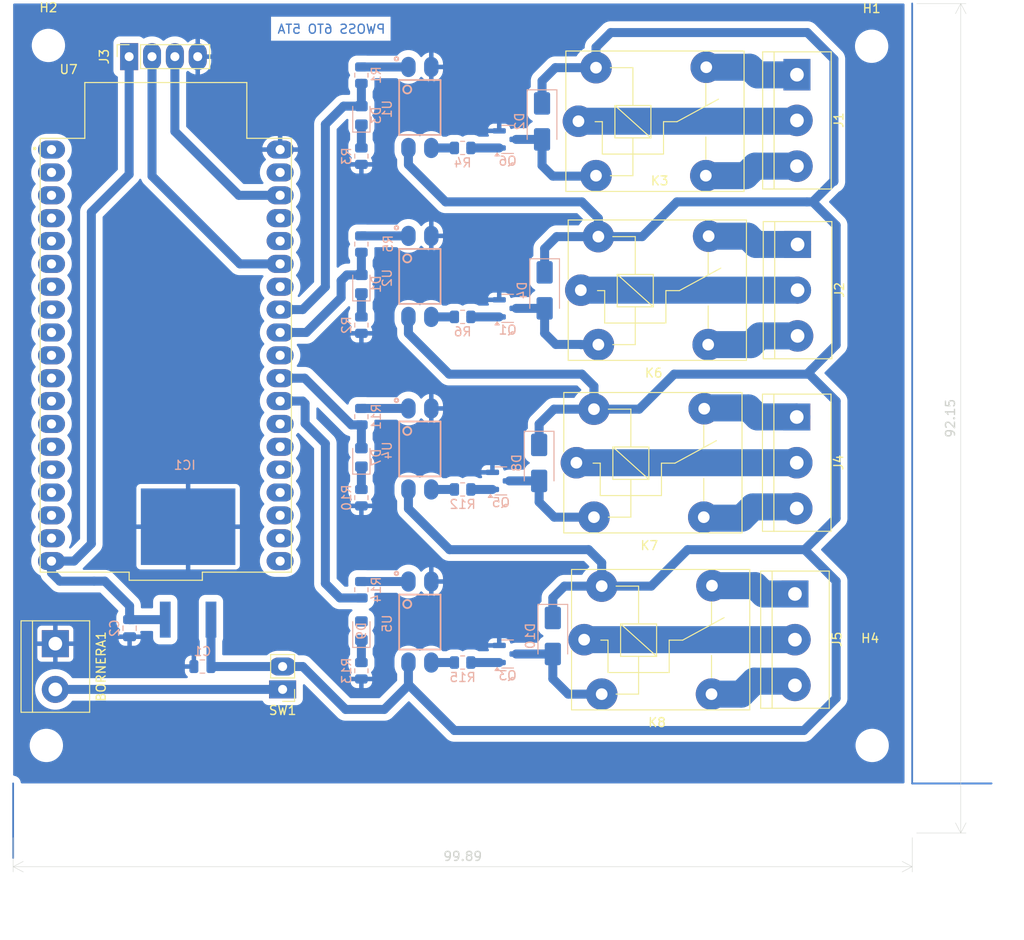
<source format=kicad_pcb>
(kicad_pcb (version 20241229) (generator "pcbnew") (generator_version "9.0")
  (layers (0 "F.Cu" signal) (2 "B.Cu" signal) (13 "F.Paste" user) (15 "B.Paste" user) (5 "F.SilkS" user "F.Silkscreen") (7 "B.SilkS" user "B.Silkscreen") (1 "F.Mask" user) (3 "B.Mask" user) (25 "Edge.Cuts" user))
  (net 0 "")
  (net 1 "Net-(BORNERA1-Pin_2)")
  (net 2 "GND")
  (net 3 "VCC")
  (net 4 "+5V")
  (net 5 "Net-(D1-K)")
  (net 6 "Net-(D2-A)")
  (net 7 "Net-(D3-K)")
  (net 8 "Net-(D4-A)")
  (net 9 "Net-(D7-K)")
  (net 10 "Net-(D8-A)")
  (net 11 "Net-(D9-K)")
  (net 12 "Net-(D10-A)")
  (net 13 "PIN12")
  (net 14 "PIN11")
  (net 15 "PIN1")
  (net 16 "PIN3")
  (net 17 "PIN2")
  (net 18 "Net-(Q1-B)")
  (net 19 "Net-(U1-A)")
  (net 20 "Net-(U1-ET)")
  (net 21 "Net-(U2-A)")
  (net 22 "Net-(U2-ET)")
  (net 23 "Net-(U4-A)")
  (net 24 "Net-(U4-ET)")
  (net 25 "Net-(U5-A)")
  (net 26 "Net-(U5-ET)")
  (net 55 "PIN4")
  (net 56 "PIN5")
  (net 57 "PIN6")
  (net 58 "PIN9")
  (net 59 "PIN7")
  (net 60 "PIN8")
  (net 61 "PIN10")
  (net 64 "RELE-2")
  (net 65 "RELE-4")
  (net 66 "RELE-1")
  (net 67 "RELE-3")
  (net 68 "PIN-2")
  (net 69 "PIN-1")
  (net 70 "Net-(Q3-B)")
  (net 71 "Net-(Q5-B)")
  (net 72 "Net-(Q6-B)")
  (footprint "TerminalBlock:TerminalBlock_bornier-3_P5.08mm" (layer "F.Cu") (at 133.96 67.34 -90)
    (property "Reference" "J2" (at 5.05 -4.65 90) (layer "F.SilkS"))
    (property "Value" "BORNERA")
    (pad "1" thru_hole rect (at 0 0 270) (size 3 3) (drill 1.52) (layers "*.Cu" "*.Mask") (net 55 "PIN4"))
    (pad "2" thru_hole circle (at 5.08 0 270) (size 3 3) (drill 1.52) (layers "*.Cu" "*.Mask") (net 56 "PIN5"))
    (pad "3" thru_hole circle (at 10.16 0 270) (size 3.5 3.5) (drill 1.52) (layers "*.Cu" "*.Mask") (net 57 "PIN6"))
  )
  (footprint "TerminalBlock:TerminalBlock_bornier-3_P5.08mm" (layer "F.Cu") (at 133.87 86.51 -90)
    (property "Reference" "J4" (at 5.05 -4.65 90) (layer "F.SilkS"))
    (property "Value" "BORNERA")
    (pad "1" thru_hole rect (at 0 0 270) (size 3 3) (drill 1.52) (layers "*.Cu" "*.Mask") (net 59 "PIN7"))
    (pad "2" thru_hole circle (at 5.08 0 270) (size 3.5 3.5) (drill 1.52) (layers "*.Cu" "*.Mask") (net 60 "PIN8"))
    (pad "3" thru_hole circle (at 10.16 0 270) (size 3.5 3.5) (drill 1.52) (layers "*.Cu" "*.Mask") (net 58 "PIN9"))
  )
  (footprint "TerminalBlock:TerminalBlock_bornier-3_P5.08mm" (layer "F.Cu") (at 133.8925 48.48 -90)
    (property "Reference" "J1" (at 5.05 -4.65 90) (layer "F.SilkS"))
    (property "Value" "BORNERA")
    (pad "1" thru_hole rect (at 0 0 270) (size 3.5 3) (drill 1.52) (layers "*.Cu" "*.Mask") (net 15 "PIN1"))
    (pad "2" thru_hole circle (at 5.08 0 270) (size 3.5 3.5) (drill 1.52) (layers "*.Cu" "*.Mask") (net 17 "PIN2"))
    (pad "3" thru_hole circle (at 10.16 0 270) (size 3.5 3.5) (drill 1.52) (layers "*.Cu" "*.Mask") (net 16 "PIN3"))
  )
  (footprint "Relay_THT:Relay_SPDT_SANYOU_SRD_Series_Form_C" (layer "F.Cu") (at 109.88 72.42)
    (property "Reference" "K6" (at 8.1 9.2 0) (layer "F.SilkS"))
    (property "Value" "SANYOU_SRD_Form_C")
    (pad "1" thru_hole circle (at 0 0 90) (size 3.5 3.5) (drill 1.3) (layers "*.Cu" "*.Mask") (net 56 "PIN5"))
    (pad "2" thru_hole circle (at 1.95 6.05 90) (size 3.5 3.5) (drill 1.3) (layers "*.Cu" "*.Mask") (net 8 "Net-(D4-A)"))
    (pad "3" thru_hole circle (at 14.15 6.05 90) (size 3.5 3.5) (drill 1.3) (layers "*.Cu" "*.Mask") (net 57 "PIN6"))
    (pad "4" thru_hole circle (at 14.2 -6 90) (size 3.5 3.5) (drill 1.3) (layers "*.Cu" "*.Mask") (net 55 "PIN4"))
    (pad "5" thru_hole circle (at 1.95 -5.95 90) (size 3.5 3.5) (drill 1.3) (layers "*.Cu" "*.Mask") (net 3 "VCC"))
  )
  (footprint "MountingHole:MountingHole_3.2mm_M3" (layer "F.Cu") (at 142.19 45.32)
    (property "Reference" "H1" (at 0 -4.2 0) (layer "F.SilkS"))
    (property "Value" "MountingHole")
    (pad "" np_thru_hole circle (at 0 0) (size 3.2 3.2) (drill 3.2) (layers "*.Cu" "*.Mask"))
  )
  (footprint "Relay_THT:Relay_SPDT_SANYOU_SRD_Series_Form_C" (layer "F.Cu") (at 109.39 91.59)
    (property "Reference" "K7" (at 8.1 9.2 0) (layer "F.SilkS"))
    (property "Value" "SANYOU_SRD_Form_C")
    (pad "1" thru_hole circle (at 0 0 90) (size 3.5 3.5) (drill 1.3) (layers "*.Cu" "*.Mask") (net 60 "PIN8"))
    (pad "2" thru_hole circle (at 1.95 6.05 90) (size 3.5 3.5) (drill 1.3) (layers "*.Cu" "*.Mask") (net 10 "Net-(D8-A)"))
    (pad "3" thru_hole circle (at 14.15 6.05 90) (size 3.5 3.5) (drill 1.3) (layers "*.Cu" "*.Mask") (net 58 "PIN9"))
    (pad "4" thru_hole circle (at 14.2 -6 90) (size 3.5 3.5) (drill 1.3) (layers "*.Cu" "*.Mask") (net 59 "PIN7"))
    (pad "5" thru_hole circle (at 1.95 -5.95 90) (size 3.5 3.5) (drill 1.3) (layers "*.Cu" "*.Mask") (net 3 "VCC"))
  )
  (footprint "Relay_THT:Relay_SPDT_SANYOU_SRD_Series_Form_C" (layer "F.Cu") (at 109.6175 53.65)
    (property "Reference" "K3" (at 9.02 6.62 0) (layer "F.SilkS"))
    (property "Value" "SANYOU_SRD_Form_C")
    (pad "1" thru_hole circle (at 0 0 90) (size 3.5 3.5) (drill 1.3) (layers "*.Cu" "*.Mask") (net 17 "PIN2"))
    (pad "2" thru_hole circle (at 1.95 6.05 90) (size 3.5 3.5) (drill 1.3) (layers "*.Cu" "*.Mask") (net 6 "Net-(D2-A)"))
    (pad "3" thru_hole circle (at 14.15 6.05 90) (size 3.5 3.5) (drill 1.3) (layers "*.Cu" "*.Mask") (net 16 "PIN3"))
    (pad "4" thru_hole circle (at 14.2 -6 90) (size 3.5 3.5) (drill 1.3) (layers "*.Cu" "*.Mask") (net 15 "PIN1"))
    (pad "5" thru_hole circle (at 1.95 -5.95 90) (size 3.5 3.5) (drill 1.3) (layers "*.Cu" "*.Mask") (net 3 "VCC"))
  )
  (footprint "TerminalBlock:TerminalBlock_bornier-2_P5.08mm" (layer "F.Cu") (at 51.5 111.695 -90)
    (property "Reference" "BORNERA1" (at 2.54 -5.08 90) (layer "F.SilkS"))
    (property "Value" "~")
    (pad "1" thru_hole rect (at 0 0 270) (size 3 3) (drill 1.52) (layers "*.Cu" "*.Mask") (net 2 "GND"))
    (pad "2" thru_hole circle (at 5.08 0 270) (size 3 3) (drill 1.52) (layers "*.Cu" "*.Mask") (net 1 "Net-(BORNERA1-Pin_2)"))
  )
  (footprint "ESP32:MODULE_ESP32-DEVKITC" (layer "F.Cu") (at 63.7725 79.65)
    (property "Reference" "U7" (at -10.795 -31.75 0) (layer "F.SilkS"))
    (property "Value" "ESP32-DEVKITC")
    (pad "1" thru_hole oval (at -12.7 -22.85) (size 3 2) (drill 1.02) (layers "*.Cu" "*.Mask"))
    (pad "2" thru_hole oval (at -12.7 -20.31) (size 3 2) (drill 1.02) (layers "*.Cu" "*.Mask"))
    (pad "3" thru_hole oval (at -12.7 -17.77) (size 3 2) (drill 1.02) (layers "*.Cu" "*.Mask"))
    (pad "4" thru_hole oval (at -12.7 -15.23) (size 3 2) (drill 1.02) (layers "*.Cu" "*.Mask"))
    (pad "5" thru_hole oval (at -12.7 -12.69) (size 3 2) (drill 1.02) (layers "*.Cu" "*.Mask"))
    (pad "6" thru_hole oval (at -12.7 -10.15) (size 3 2) (drill 1.02) (layers "*.Cu" "*.Mask"))
    (pad "7" thru_hole oval (at -12.7 -7.61) (size 3 2) (drill 1.02) (layers "*.Cu" "*.Mask"))
    (pad "8" thru_hole oval (at -12.7 -5.07) (size 3 2) (drill 1.02) (layers "*.Cu" "*.Mask"))
    (pad "9" thru_hole oval (at -12.7 -2.53) (size 3 2) (drill 1.02) (layers "*.Cu" "*.Mask"))
    (pad "10" thru_hole oval (at -12.7 0.01) (size 3 2) (drill 1.02) (layers "*.Cu" "*.Mask"))
    (pad "11" thru_hole oval (at -12.7 2.55) (size 3 2) (drill 1.02) (layers "*.Cu" "*.Mask"))
    (pad "12" thru_hole oval (at -12.7 5.09) (size 3 2) (drill 1.02) (layers "*.Cu" "*.Mask"))
    (pad "13" thru_hole oval (at -12.7 7.63) (size 3 2) (drill 1.02) (layers "*.Cu" "*.Mask"))
    (pad "14" thru_hole oval (at -12.7 10.17) (size 3 2) (drill 1.02) (layers "*.Cu" "*.Mask"))
    (pad "15" thru_hole oval (at -12.7 12.71) (size 3 2) (drill 1.02) (layers "*.Cu" "*.Mask"))
    (pad "16" thru_hole oval (at -12.7 15.25) (size 3 2) (drill 1.02) (layers "*.Cu" "*.Mask"))
    (pad "17" thru_hole oval (at -12.7 17.79) (size 3 2) (drill 1.02) (layers "*.Cu" "*.Mask"))
    (pad "18" thru_hole oval (at -12.7 20.33) (size 3 2) (drill 1.02) (layers "*.Cu" "*.Mask"))
    (pad "19" thru_hole oval (at -12.7 22.87) (size 3 2) (drill 1.02) (layers "*.Cu" "*.Mask") (net 4 "+5V"))
    (pad "20" thru_hole oval (at 12.7 22.87) (size 3 2) (drill 1.02) (layers "*.Cu" "*.Mask"))
    (pad "21" thru_hole oval (at 12.7 20.33) (size 3 2) (drill 1.02) (layers "*.Cu" "*.Mask"))
    (pad "22" thru_hole oval (at 12.7 17.79) (size 3 2) (drill 1.02) (layers "*.Cu" "*.Mask"))
    (pad "23" thru_hole oval (at 12.7 15.25) (size 3 2) (drill 1.02) (layers "*.Cu" "*.Mask"))
    (pad "24" thru_hole oval (at 12.7 12.71) (size 3 2) (drill 1.02) (layers "*.Cu" "*.Mask"))
    (pad "25" thru_hole oval (at 12.7 10.17) (size 3 2) (drill 1.02) (layers "*.Cu" "*.Mask"))
    (pad "26" thru_hole oval (at 12.7 7.63) (size 3 2) (drill 1.02) (layers "*.Cu" "*.Mask"))
    (pad "27" thru_hole oval (at 12.7 5.09) (size 3 2) (drill 1.02) (layers "*.Cu" "*.Mask") (net 67 "RELE-3"))
    (pad "28" thru_hole oval (at 12.7 2.55) (size 3 2) (drill 1.02) (layers "*.Cu" "*.Mask") (net 66 "RELE-1"))
    (pad "29" thru_hole oval (at 12.7 0.01) (size 3 2) (drill 1.02) (layers "*.Cu" "*.Mask"))
    (pad "30" thru_hole oval (at 12.7 -2.53) (size 3 2) (drill 1.02) (layers "*.Cu" "*.Mask") (net 64 "RELE-2"))
    (pad "31" thru_hole oval (at 12.7 -5.07) (size 3 2) (drill 1.02) (layers "*.Cu" "*.Mask") (net 65 "RELE-4"))
    (pad "32" thru_hole oval (at 12.7 -7.61) (size 3 2) (drill 1.02) (layers "*.Cu" "*.Mask"))
    (pad "33" thru_hole oval (at 12.7 -10.15) (size 3 2) (drill 1.02) (layers "*.Cu" "*.Mask") (net 68 "PIN-2"))
    (pad "34" thru_hole oval (at 12.7 -12.69) (size 3 2) (drill 1.02) (layers "*.Cu" "*.Mask"))
    (pad "35" thru_hole oval (at 12.7 -15.23) (size 3 2) (drill 1.02) (layers "*.Cu" "*.Mask"))
    (pad "36" thru_hole oval (at 12.7 -17.77) (size 3 2) (drill 1.02) (layers "*.Cu" "*.Mask") (net 69 "PIN-1"))
    (pad "37" thru_hole oval (at 12.7 -20.31) (size 3 2) (drill 1.02) (layers "*.Cu" "*.Mask"))
    (pad "38" thru_hole oval (at 12.7 -22.85) (size 3 2) (drill 1.02) (layers "*.Cu" "*.Mask") (net 2 "GND"))
  )
  (footprint "MountingHole:MountingHole_3.2mm_M3" (layer "F.Cu") (at 50.73 45.23)
    (property "Reference" "H2" (at 0 -4.2 0) (layer "F.SilkS"))
    (property "Value" "MountingHole")
    (pad "" np_thru_hole circle (at 0 0) (size 3.2 3.2) (drill 3.2) (layers "*.Cu" "*.Mask"))
  )
  (footprint "TerminalBlock:TerminalBlock_bornier-3_P5.08mm" (layer "F.Cu") (at 133.6725 106.17 -90)
    (property "Reference" "J5" (at 5.05 -4.65 90) (layer "F.SilkS"))
    (property "Value" "BORNERA")
    (pad "1" thru_hole rect (at 0 0 270) (size 3 3) (drill 1.52) (layers "*.Cu" "*.Mask") (net 61 "PIN10"))
    (pad "2" thru_hole circle (at 5.08 0 270) (size 3.5 3.5) (drill 1.52) (layers "*.Cu" "*.Mask") (net 14 "PIN11"))
    (pad "3" thru_hole circle (at 10.16 0 270) (size 3.5 3.5) (drill 1.52) (layers "*.Cu" "*.Mask") (net 13 "PIN12"))
  )
  (footprint "MountingHole:MountingHole_3.2mm_M3" (layer "F.Cu") (at 142.25 123)
    (property "Reference" "H4" (at -0.23 -11.9 0) (layer "F.SilkS"))
    (property "Value" "MountingHole")
    (pad "" np_thru_hole circle (at 0 0) (size 3.2 3.2) (drill 3.2) (layers "*.Cu" "*.Mask"))
  )
  (footprint "Connector_PinHeader_2.54mm:PinHeader_1x02_P2.54mm_Vertical" (layer "F.Cu") (at 76.75 116.775 180)
    (property "Reference" "SW1" (at 0 -2.33 0) (layer "F.SilkS"))
    (property "Value" "SWITCH")
    (pad "1" thru_hole rect (at 0 0 180) (size 3 2) (drill 1) (layers "*.Cu" "*.Mask") (net 1 "Net-(BORNERA1-Pin_2)"))
    (pad "2" thru_hole oval (at 0 2.54 180) (size 3 2) (drill 1) (layers "*.Cu" "*.Mask") (net 3 "VCC"))
  )
  (footprint "Connector_PinSocket_2.54mm:PinSocket_1x04_P2.54mm_Vertical" (layer "F.Cu") (at 59.7 46.475 90)
    (property "Reference" "J3" (at 0 -2.77 90) (layer "F.SilkS"))
    (property "Value" "Conn_01x04_Pin")
    (pad "1" thru_hole rect (at 0 0 90) (size 3 2) (drill 1) (layers "*.Cu" "*.Mask") (net 4 "+5V"))
    (pad "2" thru_hole oval (at 0 2.54 90) (size 3 2) (drill 1) (layers "*.Cu" "*.Mask") (net 68 "PIN-2"))
    (pad "3" thru_hole oval (at 0 5.08 90) (size 3 2) (drill 1) (layers "*.Cu" "*.Mask") (net 69 "PIN-1"))
    (pad "4" thru_hole oval (at 0 7.62 90) (size 3 2) (drill 1) (layers "*.Cu" "*.Mask") (net 2 "GND"))
  )
  (footprint "MountingHole:MountingHole_3.2mm_M3" (layer "F.Cu") (at 50.5 123)
    (property "Reference" "H3" (at 0.09 -0.65 0) (layer "F.SilkS"))
    (property "Value" "MountingHole")
    (pad "" np_thru_hole circle (at 0 0) (size 3.2 3.2) (drill 3.2) (layers "*.Cu" "*.Mask"))
  )
  (footprint "Relay_THT:Relay_SPDT_SANYOU_SRD_Series_Form_C" (layer "F.Cu") (at 110.25 111.25)
    (property "Reference" "K8" (at 8.1 9.2 0) (layer "F.SilkS"))
    (property "Value" "SANYOU_SRD_Form_C")
    (pad "1" thru_hole circle (at 0 0 90) (size 3.5 3.5) (drill 1.3) (layers "*.Cu" "*.Mask") (net 14 "PIN11"))
    (pad "2" thru_hole circle (at 1.95 6.05 90) (size 3.5 3.5) (drill 1.3) (layers "*.Cu" "*.Mask") (net 12 "Net-(D10-A)"))
    (pad "3" thru_hole circle (at 14.15 6.05 90) (size 3.5 3.5) (drill 1.3) (layers "*.Cu" "*.Mask") (net 13 "PIN12"))
    (pad "4" thru_hole circle (at 14.2 -6 90) (size 3.5 3.5) (drill 1.3) (layers "*.Cu" "*.Mask") (net 61 "PIN10"))
    (pad "5" thru_hole circle (at 1.95 -5.95 90) (size 3.5 3.5) (drill 1.3) (layers "*.Cu" "*.Mask") (net 3 "VCC"))
  )
  (footprint "Resistor_SMD:R_0805_2012Metric" (layer "B.Cu") (at 85.5 114.7025 -90)
    (property "Reference" "R13" (at 0 1.65 90) (layer "B.SilkS") (effects (justify mirror)))
    (property "Value" "R")
    (pad "1" smd roundrect (at -0.9125 0 270) (size 1.025 1.4) (layers "B.Cu" "B.Mask" "B.Paste") (roundrect_rratio 0.243902) (net 11 "Net-(D9-K)"))
    (pad "2" smd roundrect (at 0.9125 0 270) (size 1.025 1.4) (layers "B.Cu" "B.Mask" "B.Paste") (roundrect_rratio 0.243902) (net 2 "GND"))
  )
  (footprint "Resistor_SMD:R_0805_2012Metric" (layer "B.Cu") (at 85.5 95.4725 -90)
    (property "Reference" "R10" (at 0 1.65 90) (layer "B.SilkS") (effects (justify mirror)))
    (property "Value" "R")
    (pad "1" smd roundrect (at -0.9125 0 270) (size 1.025 1.4) (layers "B.Cu" "B.Mask" "B.Paste") (roundrect_rratio 0.243902) (net 9 "Net-(D7-K)"))
    (pad "2" smd roundrect (at 0.9125 0 270) (size 1.025 1.4) (layers "B.Cu" "B.Mask" "B.Paste") (roundrect_rratio 0.243902) (net 2 "GND"))
  )
  (footprint "Package_TO_SOT_SMD:SOT-23" (layer "B.Cu") (at 101 93.61)
    (property "Reference" "Q5" (at 0 2.4 0) (layer "B.SilkS") (effects (justify mirror)))
    (property "Value" "MMBT2222A")
    (pad "1" smd roundrect (at -0.9375 0.95) (size 1.475 0.6) (layers "B.Cu" "B.Mask" "B.Paste") (net 71 "Net-(Q5-B)"))
    (pad "2" smd roundrect (at -0.9375 -0.95) (size 1.475 0.6) (layers "B.Cu" "B.Mask" "B.Paste") (net 2 "GND"))
    (pad "3" smd roundrect (at 0.9375 0) (size 1.475 0.6) (layers "B.Cu" "B.Mask" "B.Paste") (net 10 "Net-(D8-A)"))
  )
  (footprint "Package_TO_SOT_SMD:SOT-23" (layer "B.Cu") (at 101.75 55.67)
    (property "Reference" "Q6" (at 0 2.4 0) (layer "B.SilkS") (effects (justify mirror)))
    (property "Value" "MMBT2222A")
    (pad "1" smd roundrect (at -0.9375 0.95) (size 1.475 0.6) (layers "B.Cu" "B.Mask" "B.Paste") (net 72 "Net-(Q6-B)"))
    (pad "2" smd roundrect (at -0.9375 -0.95) (size 1.475 0.6) (layers "B.Cu" "B.Mask" "B.Paste") (net 2 "GND"))
    (pad "3" smd roundrect (at 0.9375 0) (size 1.475 0.6) (layers "B.Cu" "B.Mask" "B.Paste") (net 6 "Net-(D2-A)"))
  )
  (footprint "PC817:SOT254P1025X400-4N" (layer "B.Cu") (at 91.9975 52.12 -90)
    (property "Reference" "U1" (at 0.175155 3.638415 90) (layer "B.SilkS") (effects (font (size 1.000937 1.000937)) (justify mirror)))
    (property "Value" "PC81713NIP0X")
    (pad "1" smd oval (at -4.5 1.27 270) (size 2.25 1.6) (layers "B.Cu" "B.Mask" "B.Paste") (net 19 "Net-(U1-A)"))
    (pad "2" smd oval (at -4.5 -1.27 270) (size 2.25 1.6) (layers "B.Cu" "B.Mask" "B.Paste") (net 2 "GND"))
    (pad "3" smd oval (at 4.5 -1.27 270) (size 2.25 1.6) (layers "B.Cu" "B.Mask" "B.Paste") (net 20 "Net-(U1-ET)"))
    (pad "4" smd oval (at 4.5 1.27 270) (size 2.25 1.6) (layers "B.Cu" "B.Mask" "B.Paste") (net 3 "VCC"))
  )
  (footprint "PC817:SOT254P1025X400-4N" (layer "B.Cu") (at 91.9975 70.89 -90)
    (property "Reference" "U2" (at 0.175155 3.638415 90) (layer "B.SilkS") (effects (font (size 1.000937 1.000937)) (justify mirror)))
    (property "Value" "PC81713NIP0X")
    (pad "1" smd oval (at -4.5 1.27 270) (size 2.25 1.6) (layers "B.Cu" "B.Mask" "B.Paste") (net 21 "Net-(U2-A)"))
    (pad "2" smd oval (at -4.5 -1.27 270) (size 2.25 1.6) (layers "B.Cu" "B.Mask" "B.Paste") (net 2 "GND"))
    (pad "3" smd oval (at 4.5 -1.27 270) (size 2.25 1.6) (layers "B.Cu" "B.Mask" "B.Paste") (net 22 "Net-(U2-ET)"))
    (pad "4" smd oval (at 4.5 1.27 270) (size 2.25 1.6) (layers "B.Cu" "B.Mask" "B.Paste") (net 3 "VCC"))
  )
  (footprint "Diode_SMD:D_SMA" (layer "B.Cu") (at 106.77 110.84 -90)
    (property "Reference" "D10" (at 0 2.5 90) (layer "B.SilkS") (effects (justify mirror)))
    (property "Value" "D")
    (pad "1" smd roundrect (at -2 0 270) (size 2.5 1.8) (layers "B.Cu" "B.Mask" "B.Paste") (roundrect_rratio 0.1388888889) (net 3 "VCC"))
    (pad "2" smd roundrect (at 2 0 270) (size 2.5 1.8) (layers "B.Cu" "B.Mask" "B.Paste") (roundrect_rratio 0.1388888889) (net 12 "Net-(D10-A)"))
  )
  (footprint "LED_SMD:LED_0805_2012Metric_Pad1.15x1.40mm_HandSolder" (layer "B.Cu") (at 85.5 110.25 90)
    (property "Reference" "D9" (at -0.0225 0 270) (layer "B.SilkS") (effects (justify mirror)))
    (property "Value" "LED")
    (pad "1" smd roundrect (at -1.025 0 90) (size 1.15 1.4) (layers "B.Cu" "B.Mask" "B.Paste") (roundrect_rratio 0.217391) (net 11 "Net-(D9-K)"))
    (pad "2" smd roundrect (at 1.025 0 90) (size 1.15 1.4) (layers "B.Cu" "B.Mask" "B.Paste") (roundrect_rratio 0.217391) (net 67 "RELE-3"))
  )
  (footprint "LED_SMD:LED_0805_2012Metric_Pad1.15x1.40mm_HandSolder" (layer "B.Cu") (at 85.5 53 90)
    (property "Reference" "D3" (at 0 1.65 90) (layer "B.SilkS") (effects (justify mirror)))
    (property "Value" "LED")
    (pad "1" smd roundrect (at -1.025 0 90) (size 1.15 1.4) (layers "B.Cu" "B.Mask" "B.Paste") (roundrect_rratio 0.217391) (net 7 "Net-(D3-K)"))
    (pad "2" smd roundrect (at 1.025 0 90) (size 1.15 1.4) (layers "B.Cu" "B.Mask" "B.Paste") (roundrect_rratio 0.217391) (net 65 "RELE-4"))
  )
  (footprint "Resistor_SMD:R_0805_2012Metric" (layer "B.Cu") (at 96.75 56.62)
    (property "Reference" "R4" (at 0 1.65 0) (layer "B.SilkS") (effects (justify mirror)))
    (property "Value" "R")
    (pad "1" smd roundrect (at -0.9125 0) (size 1.025 1.4) (layers "B.Cu" "B.Mask" "B.Paste") (roundrect_rratio 0.243902) (net 20 "Net-(U1-ET)"))
    (pad "2" smd roundrect (at 0.9125 0) (size 1.025 1.4) (layers "B.Cu" "B.Mask" "B.Paste") (roundrect_rratio 0.243902) (net 72 "Net-(Q6-B)"))
  )
  (footprint "Package_TO_SOT_SMD:SOT-23" (layer "B.Cu") (at 101.75 74.44)
    (property "Reference" "Q1" (at 0 2.4 0) (layer "B.SilkS") (effects (justify mirror)))
    (property "Value" "MMBT2222A")
    (pad "1" smd roundrect (at -0.9375 0.95) (size 1.475 0.6) (layers "B.Cu" "B.Mask" "B.Paste") (net 18 "Net-(Q1-B)"))
    (pad "2" smd roundrect (at -0.9375 -0.95) (size 1.475 0.6) (layers "B.Cu" "B.Mask" "B.Paste") (net 2 "GND"))
    (pad "3" smd roundrect (at 0.9375 0) (size 1.475 0.6) (layers "B.Cu" "B.Mask" "B.Paste") (net 8 "Net-(D4-A)"))
  )
  (footprint "Diode_SMD:D_SMA" (layer "B.Cu") (at 105.86 72.44 -90)
    (property "Reference" "D4" (at 0 2.5 90) (layer "B.SilkS") (effects (justify mirror)))
    (property "Value" "D")
    (pad "1" smd roundrect (at -2 0 270) (size 2.5 1.8) (layers "B.Cu" "B.Mask" "B.Paste") (roundrect_rratio 0.1388888889) (net 3 "VCC"))
    (pad "2" smd roundrect (at 2 0 270) (size 2.5 1.8) (layers "B.Cu" "B.Mask" "B.Paste") (roundrect_rratio 0.1388888889) (net 8 "Net-(D4-A)"))
  )
  (footprint "Resistor_SMD:R_0805_2012Metric" (layer "B.Cu") (at 85.5 105.7025 90)
    (property "Reference" "R14" (at 0 1.65 90) (layer "B.SilkS") (effects (justify mirror)))
    (property "Value" "R")
    (pad "1" smd roundrect (at -0.9125 0 90) (size 1.025 1.4) (layers "B.Cu" "B.Mask" "B.Paste") (roundrect_rratio 0.243902) (net 67 "RELE-3"))
    (pad "2" smd roundrect (at 0.9125 0 90) (size 1.025 1.4) (layers "B.Cu" "B.Mask" "B.Paste") (roundrect_rratio 0.243902) (net 25 "Net-(U5-A)"))
  )
  (footprint "Resistor_SMD:R_0805_2012Metric" (layer "B.Cu") (at 96.75 94.56)
    (property "Reference" "R12" (at 0 1.65 0) (layer "B.SilkS") (effects (justify mirror)))
    (property "Value" "R")
    (pad "1" smd roundrect (at -0.9125 0) (size 1.025 1.4) (layers "B.Cu" "B.Mask" "B.Paste") (roundrect_rratio 0.243902) (net 24 "Net-(U4-ET)"))
    (pad "2" smd roundrect (at 0.9125 0) (size 1.025 1.4) (layers "B.Cu" "B.Mask" "B.Paste") (roundrect_rratio 0.243902) (net 71 "Net-(Q5-B)"))
  )
  (footprint "Package_TO_SOT_SMD:SOT-23" (layer "B.Cu") (at 101.75 112.84)
    (property "Reference" "Q3" (at 0 2.4 0) (layer "B.SilkS") (effects (justify mirror)))
    (property "Value" "MMBT2222A")
    (pad "1" smd roundrect (at -0.9375 0.95) (size 1.475 0.6) (layers "B.Cu" "B.Mask" "B.Paste") (net 70 "Net-(Q3-B)"))
    (pad "2" smd roundrect (at -0.9375 -0.95) (size 1.475 0.6) (layers "B.Cu" "B.Mask" "B.Paste") (net 2 "GND"))
    (pad "3" smd roundrect (at 0.9375 0) (size 1.475 0.6) (layers "B.Cu" "B.Mask" "B.Paste") (net 12 "Net-(D10-A)"))
  )
  (footprint "PC817:SOT254P1025X400-4N" (layer "B.Cu") (at 91.9975 109.29 -90)
    (property "Reference" "U5" (at 0.175155 3.638415 90) (layer "B.SilkS") (effects (font (size 1.000937 1.000937)) (justify mirror)))
    (property "Value" "PC81713NIP0X")
    (pad "1" smd oval (at -4.5 1.27 270) (size 2.25 1.6) (layers "B.Cu" "B.Mask" "B.Paste") (net 25 "Net-(U5-A)"))
    (pad "2" smd oval (at -4.5 -1.27 270) (size 2.25 1.6) (layers "B.Cu" "B.Mask" "B.Paste") (net 2 "GND"))
    (pad "3" smd oval (at 4.5 -1.27 270) (size 2.25 1.6) (layers "B.Cu" "B.Mask" "B.Paste") (net 26 "Net-(U5-ET)"))
    (pad "4" smd oval (at 4.5 1.27 270) (size 2.25 1.6) (layers "B.Cu" "B.Mask" "B.Paste") (net 3 "VCC"))
  )
  (footprint "Capacitor_SMD:C_0805_2012Metric" (layer "B.Cu") (at 67.84 114.235 180)
    (property "Reference" "C1" (at 0 1.68 0) (layer "B.SilkS") (effects (justify mirror)))
    (property "Value" "0.1uF")
    (pad "1" smd roundrect (at -0.95 0 180) (size 1 1.45) (layers "B.Cu" "B.Mask" "B.Paste") (net 3 "VCC"))
    (pad "2" smd roundrect (at 0.95 0 180) (size 1 1.45) (layers "B.Cu" "B.Mask" "B.Paste") (net 2 "GND"))
  )
  (footprint "Resistor_SMD:R_0805_2012Metric" (layer "B.Cu") (at 85.5 86.4725 90)
    (property "Reference" "R11" (at 0 1.65 90) (layer "B.SilkS") (effects (justify mirror)))
    (property "Value" "R")
    (pad "1" smd roundrect (at -0.9125 0 90) (size 1.025 1.4) (layers "B.Cu" "B.Mask" "B.Paste") (roundrect_rratio 0.243902) (net 66 "RELE-1"))
    (pad "2" smd roundrect (at 0.9125 0 90) (size 1.025 1.4) (layers "B.Cu" "B.Mask" "B.Paste") (roundrect_rratio 0.243902) (net 23 "Net-(U4-A)"))
  )
  (footprint "LED_SMD:LED_0805_2012Metric_Pad1.15x1.40mm_HandSolder" (layer "B.Cu") (at 85.5 91 90)
    (property "Reference" "D7" (at 0 1.65 270) (layer "B.SilkS") (effects (justify mirror)))
    (property "Value" "LED")
    (pad "1" smd roundrect (at -1.025 0 90) (size 1.15 1.4) (layers "B.Cu" "B.Mask" "B.Paste") (roundrect_rratio 0.217391) (net 9 "Net-(D7-K)"))
    (pad "2" smd roundrect (at 1.025 0 90) (size 1.15 1.4) (layers "B.Cu" "B.Mask" "B.Paste") (roundrect_rratio 0.217391) (net 66 "RELE-1"))
  )
  (footprint "Resistor_SMD:R_0805_2012Metric" (layer "B.Cu") (at 85.5 48.5325 90)
    (property "Reference" "R1" (at 0 1.65 90) (layer "B.SilkS") (effects (justify mirror)))
    (property "Value" "R")
    (pad "1" smd roundrect (at -0.9125 0 90) (size 1.025 1.4) (layers "B.Cu" "B.Mask" "B.Paste") (roundrect_rratio 0.243902) (net 65 "RELE-4"))
    (pad "2" smd roundrect (at 0.9125 0 90) (size 1.025 1.4) (layers "B.Cu" "B.Mask" "B.Paste") (roundrect_rratio 0.243902) (net 19 "Net-(U1-A)"))
  )
  (footprint "Diode_SMD:D_SMA" (layer "B.Cu") (at 105.25 91.61 -90)
    (property "Reference" "D8" (at 0 2.5 90) (layer "B.SilkS") (effects (justify mirror)))
    (property "Value" "D")
    (pad "1" smd roundrect (at -2 0 270) (size 2.5 1.8) (layers "B.Cu" "B.Mask" "B.Paste") (roundrect_rratio 0.1388888889) (net 3 "VCC"))
    (pad "2" smd roundrect (at 2 0 270) (size 2.5 1.8) (layers "B.Cu" "B.Mask" "B.Paste") (roundrect_rratio 0.1388888889) (net 10 "Net-(D8-A)"))
  )
  (footprint "7805 smd:MC7805CD2TG" (layer "B.Cu") (at 66.25 103 180)
    (property "Reference" "IC1" (at 0.375 11.135 0) (layer "B.SilkS") (effects (justify mirror)))
    (property "Value" "MC7805CD2TG")
    (property "VALUE" "IC_PWRMC7805CD2TG" (hide yes))
    (pad "P$1" smd rect (at 0 4.3 180) (size 10.5 8.5) (layers "B.Cu" "B.Mask" "B.Paste") (net 2 "GND"))
    (pad "P$2" smd rect (at -2.54 -6.023 180) (size 1.2 4) (layers "B.Cu" "B.Mask" "B.Paste") (net 3 "VCC"))
    (pad "P$3" smd rect (at 2.54 -6.023 180) (size 1.2 4) (layers "B.Cu" "B.Mask" "B.Paste") (net 4 "+5V"))
  )
  (footprint "Diode_SMD:D_SMA" (layer "B.Cu") (at 105.57125 53.67 -90)
    (property "Reference" "D2" (at 0 2.5 90) (layer "B.SilkS") (effects (justify mirror)))
    (property "Value" "D")
    (pad "1" smd roundrect (at -2 0 270) (size 2.5 1.8) (layers "B.Cu" "B.Mask" "B.Paste") (roundrect_rratio 0.1388888889) (net 3 "VCC"))
    (pad "2" smd roundrect (at 2 0 270) (size 2.5 1.8) (layers "B.Cu" "B.Mask" "B.Paste") (roundrect_rratio 0.1388888889) (net 6 "Net-(D2-A)"))
  )
  (footprint "Resistor_SMD:R_0805_2012Metric" (layer "B.Cu") (at 85.5 57.5325 -90)
    (property "Reference" "R3" (at 0 1.65 90) (layer "B.SilkS") (effects (justify mirror)))
    (property "Value" "R")
    (pad "1" smd roundrect (at -0.9125 0 270) (size 1.025 1.4) (layers "B.Cu" "B.Mask" "B.Paste") (roundrect_rratio 0.243902) (net 7 "Net-(D3-K)"))
    (pad "2" smd roundrect (at 0.9125 0 270) (size 1.025 1.4) (layers "B.Cu" "B.Mask" "B.Paste") (roundrect_rratio 0.243902) (net 2 "GND"))
  )
  (footprint "LED_SMD:LED_0805_2012Metric_Pad1.15x1.40mm_HandSolder" (layer "B.Cu") (at 85.5 71.75 90)
    (property "Reference" "D1" (at 0 1.65 270) (layer "B.SilkS") (effects (justify mirror)))
    (property "Value" "LED")
    (pad "1" smd roundrect (at -1.025 0 90) (size 1.15 1.4) (layers "B.Cu" "B.Mask" "B.Paste") (roundrect_rratio 0.217391) (net 5 "Net-(D1-K)"))
    (pad "2" smd roundrect (at 1.025 0 90) (size 1.15 1.4) (layers "B.Cu" "B.Mask" "B.Paste") (roundrect_rratio 0.217391) (net 64 "RELE-2"))
  )
  (footprint "Capacitor_SMD:C_0805_2012Metric" (layer "B.Cu") (at 59.75 109.973 -90)
    (property "Reference" "C2" (at 0 1.68 90) (layer "B.SilkS") (effects (justify mirror)))
    (property "Value" "0.1uF")
    (pad "1" smd roundrect (at -0.95 0 270) (size 1 1.45) (layers "B.Cu" "B.Mask" "B.Paste") (net 4 "+5V"))
    (pad "2" smd roundrect (at 0.95 0 270) (size 1 1.45) (layers "B.Cu" "B.Mask" "B.Paste") (net 2 "GND"))
  )
  (footprint "Resistor_SMD:R_0805_2012Metric" (layer "B.Cu") (at 96.75 75.39)
    (property "Reference" "R6" (at 0 1.65 0) (layer "B.SilkS") (effects (justify mirror)))
    (property "Value" "R" (hide yes))
    (pad "1" smd roundrect (at -0.9125 0) (size 1.025 1.4) (layers "B.Cu" "B.Mask" "B.Paste") (roundrect_rratio 0.243902) (net 22 "Net-(U2-ET)"))
    (pad "2" smd roundrect (at 0.9125 0) (size 1.025 1.4) (layers "B.Cu" "B.Mask" "B.Paste") (roundrect_rratio 0.243902) (net 18 "Net-(Q1-B)"))
  )
  (footprint "Resistor_SMD:R_0805_2012Metric" (layer "B.Cu") (at 85.5 76.3025 -90)
    (property "Reference" "R2" (at 0 1.65 90) (layer "B.SilkS") (effects (justify mirror)))
    (property "Value" "R")
    (pad "1" smd roundrect (at -0.9125 0 270) (size 1.025 1.4) (layers "B.Cu" "B.Mask" "B.Paste") (roundrect_rratio 0.243902) (net 5 "Net-(D1-K)"))
    (pad "2" smd roundrect (at 0.9125 0 270) (size 1.025 1.4) (layers "B.Cu" "B.Mask" "B.Paste") (roundrect_rratio 0.243902) (net 2 "GND"))
  )
  (footprint "Resistor_SMD:R_0805_2012Metric" (layer "B.Cu") (at 85.5 67.3025 90)
    (property "Reference" "R5" (at 0.04 2.98 90) (layer "B.SilkS") (effects (justify mirror)))
    (property "Value" "R")
    (pad "1" smd roundrect (at -0.9125 0 90) (size 1.025 1.4) (layers "B.Cu" "B.Mask" "B.Paste") (roundrect_rratio 0.243902) (net 64 "RELE-2"))
    (pad "2" smd roundrect (at 0.9125 0 90) (size 1.025 1.4) (layers "B.Cu" "B.Mask" "B.Paste") (roundrect_rratio 0.243902) (net 21 "Net-(U2-A)"))
  )
  (footprint "Resistor_SMD:R_0805_2012Metric" (layer "B.Cu") (at 96.75 113.79)
    (property "Reference" "R15" (at 0 1.65 0) (layer "B.SilkS") (effects (justify mirror)))
    (property "Value" "R")
    (pad "1" smd roundrect (at -0.9125 0) (size 1.025 1.4) (layers "B.Cu" "B.Mask" "B.Paste") (roundrect_rratio 0.243902) (net 26 "Net-(U5-ET)"))
    (pad "2" smd roundrect (at 0.9125 0) (size 1.025 1.4) (layers "B.Cu" "B.Mask" "B.Paste") (roundrect_rratio 0.243902) (net 70 "Net-(Q3-B)"))
  )
  (footprint "PC817:SOT254P1025X400-4N" (layer "B.Cu") (at 91.9975 90.06 -90)
    (property "Reference" "U4" (at 0.175155 3.638415 90) (layer "B.SilkS") (effects (font (size 1.000937 1.000937)) (justify mirror)))
    (property "Value" "PC81713NIP0X")
    (pad "1" smd oval (at -4.5 1.27 270) (size 2.25 1.6) (layers "B.Cu" "B.Mask" "B.Paste") (net 23 "Net-(U4-A)"))
    (pad "2" smd oval (at -4.5 -1.27 270) (size 2.25 1.6) (layers "B.Cu" "B.Mask" "B.Paste") (net 2 "GND"))
    (pad "3" smd oval (at 4.5 -1.27 270) (size 2.25 1.6) (layers "B.Cu" "B.Mask" "B.Paste") (net 24 "Net-(U4-ET)"))
    (pad "4" smd oval (at 4.5 1.27 270) (size 2.25 1.6) (layers "B.Cu" "B.Mask" "B.Paste") (net 3 "VCC"))
  )
  (gr_line (start 146.695 127.22) (end 155.5 127.22) (stroke (width 0.2)) (layer "B.Cu"))
  (gr_line (start 146.695 40.57) (end 146.695 127.22) (stroke (width 0.2)) (layer "B.Cu"))
  (gr_line (start 155.5 127.22) (end 146.695 127.22) (stroke (width 0.2)) (layer "B.Cu"))
  (gr_line (start 46.81 127.22) (end 46.81 135.5) (stroke (width 0.2)) (layer "B.Cu"))
  (gr_text "PWOSS 6TO 5TA" (at 88.25 44 0) (layer "B.Cu") (effects (font (size 1 1)) (justify left bottom mirror)))
  (dimension (type orthogonal) (layer "Edge.Cuts") (pts (xy 146.7 40.58) (xy 146.69 132.73)) (height 5.39) (orientation 1) (format (prefix "") (suffix "") (units 3) (units_format 0) (precision 4) (suppress_zeroes yes)) (style (thickness 0.05) (arrow_length 1.27) (text_position_mode 0) (arrow_direction outward) (extension_height 0.58642) (extension_offset 0.5) (keep_text_aligned yes)) (gr_text "92,15" (at 150.94 86.655 90) (layer "Edge.Cuts") (effects (font (size 1 1) (thickness 0.15)))))
  (dimension (type orthogonal) (layer "Edge.Cuts") (pts (xy 146.7 132.74) (xy 46.81 132.74)) (height 3.73) (orientation 0) (format (prefix "") (suffix "") (units 3) (units_format 0) (precision 4) (suppress_zeroes yes)) (style (thickness 0.05) (arrow_length 1.27) (text_position_mode 0) (arrow_direction outward) (extension_height 0.58642) (extension_offset 0.5) (keep_text_aligned yes)) (gr_text "99,89" (at 96.755 135.32 0) (layer "Edge.Cuts") (effects (font (size 1 1) (thickness 0.15)))))
  (segment (start 76.75 116.775) (end 51.5 116.775) (width 1) (layer "B.Cu") (net 1))
  (segment (start 121.75 101.25) (end 134.75 101.25) (width 1) (layer "B.Cu") (net 3))
  (segment (start 135.5 81.25) (end 135 81.75) (width 1) (layer "B.Cu") (net 3))
  (segment (start 135.5 82) (end 135.5 81.25) (width 0.2) (layer "B.Cu") (net 3))
  (segment (start 111.34 85.64) (end 111.34 83.09) (width 1) (layer "B.Cu") (net 3))
  (segment (start 111.34 85.64) (end 116.36 85.64) (width 1) (layer "B.Cu") (net 3))
  (segment (start 95.84 121.34) (end 134.66 121.34) (width 1) (layer "B.Cu") (net 3))
  (segment (start 90.7275 58.4775) (end 94.86 62.61) (width 1) (layer "B.Cu") (net 3))
  (segment (start 138.25 97.75) (end 138.25 84.75) (width 1) (layer "B.Cu") (net 3))
  (segment (start 117.7 105.3) (end 121.75 101.25) (width 1) (layer "B.Cu") (net 3))
  (segment (start 108.06 105.3) (end 112.2 105.3) (width 1) (layer "B.Cu") (net 3))
  (segment (start 135.875 100.125) (end 138.25 97.75) (width 1) (layer "B.Cu") (net 3))
  (segment (start 134.66 121.34) (end 138.25 117.75) (width 1) (layer "B.Cu") (net 3))
  (segment (start 90.7725 116.2725) (end 95.84 121.34) (width 1) (layer "B.Cu") (net 3))
  (segment (start 111.83 66.47) (end 116.7 66.47) (width 1) (layer "B.Cu") (net 3))
  (segment (start 76.75 114.235) (end 68.79 114.235) (width 1) (layer "B.Cu") (net 3))
  (segment (start 90.7725 116.2725) (end 90.7275 116.2275) (width 1) (layer "B.Cu") (net 3))
  (segment (start 83.75 119) (end 88.045 119) (width 1) (layer "B.Cu") (net 3))
  (segment (start 78.985 114.235) (end 83.75 119) (width 1) (layer "B.Cu") (net 3))
  (segment (start 90.7275 56.62) (end 90.7275 58.4775) (width 1) (layer "B.Cu") (net 3))
  (segment (start 105.25 87.29) (end 106.9 85.64) (width 1) (layer "B.Cu") (net 3))
  (segment (start 110 62.61) (end 111.83 64.44) (width 1) (layer "B.Cu") (net 3))
  (segment (start 106.77 108.84) (end 106.77 106.59) (width 1) (layer "B.Cu") (net 3))
  (segment (start 116.36 85.64) (end 120.25 81.75) (width 1) (layer "B.Cu") (net 3))
  (segment (start 138.25 78.5) (end 135.5 81.25) (width 1) (layer "B.Cu") (net 3))
  (segment (start 106.9 85.64) (end 111.34 85.64) (width 1) (layer "B.Cu") (net 3))
  (segment (start 105.86 70.44) (end 105.86 67.81) (width 1) (layer "B.Cu") (net 3))
  (segment (start 105.57125 49.17875) (end 107.05 47.7) (width 1) (layer "B.Cu") (net 3))
  (segment (start 113.2 43.8) (end 111.5675 45.4325) (width 1) (layer "B.Cu") (net 3))
  (segment (start 95.2925 101.25) (end 110.75 101.25) (width 1) (layer "B.Cu") (net 3))
  (segment (start 110.75 101.25) (end 112.2 102.7) (width 1) (layer "B.Cu") (net 3))
  (segment (start 138 60.25) (end 138 46.75) (width 1) (layer "B.Cu") (net 3))
  (segment (start 116.7 66.47) (end 120.56 62.61) (width 1) (layer "B.Cu") (net 3))
  (segment (start 68.79 113.96) (end 68.79 109.023) (width 1) (layer "B.Cu") (net 3))
  (segment (start 90.7275 96.685) (end 95.2925 101.25) (width 1) (layer "B.Cu") (net 3))
  (segment (start 138.25 65.22) (end 138.25 78.5) (width 1) (layer "B.Cu") (net 3))
  (segment (start 107.2 66.47) (end 111.83 66.47) (width 1) (layer "B.Cu") (net 3))
  (segment (start 90.7275 116.2275) (end 90.7275 113.79) (width 1) (layer "B.Cu") (net 3))
  (segment (start 111.34 83.09) (end 110 81.75) (width 1) (layer "B.Cu") (net 3))
  (segment (start 94.86 62.61) (end 110 62.61) (width 1) (layer "B.Cu") (net 3))
  (segment (start 138.25 104.75) (end 134.75 101.25) (width 1) (layer "B.Cu") (net 3))
  (segment (start 138 46.75) (end 135.05 43.8) (width 1) (layer "B.Cu") (net 3))
  (segment (start 138.25 117.75) (end 138.25 104.75) (width 1) (layer "B.Cu") (net 3))
  (segment (start 106.77 106.59) (end 108.06 105.3) (width 1) (layer "B.Cu") (net 3))
  (segment (start 106.85 109.2025) (end 106.85 108.92) (width 1) (layer "B.Cu") (net 3))
  (segment (start 106.85 108.92) (end 106.77 108.84) (width 1) (layer "B.Cu") (net 3))
  (segment (start 110 81.75) (end 95.25 81.75) (width 1) (layer "B.Cu") (net 3))
  (segment (start 112.2 102.7) (end 112.2 105.3) (width 1) (layer "B.Cu") (net 3))
  (segment (start 134.75 101.25) (end 135.875 100.125) (width 1) (layer "B.Cu") (net 3))
  (segment (start 105.86 67.81) (end 107.2 66.47) (width 1) (layer "B.Cu") (net 3))
  (segment (start 135.64 62.61) (end 135 62.61) (width 1) (layer "B.Cu") (net 3))
  (segment (start 95.25 81.75) (end 90.7275 77.2275) (width 1) (layer "B.Cu") (net 3))
  (segment (start 135.64 62.61) (end 138.25 65.22) (width 1) (layer "B.Cu") (net 3))
  (segment (start 138.25 84.75) (end 135.5 82) (width 1) (layer "B.Cu") (net 3))
  (segment (start 107.05 47.7) (end 111.5675 47.7) (width 1) (layer "B.Cu") (net 3))
  (segment (start 138 60.25) (end 135.64 62.61) (width 1) (layer "B.Cu") (net 3))
  (segment (start 105.25 89.61) (end 105.25 87.29) (width 1) (layer "B.Cu") (net 3))
  (segment (start 88.045 119) (end 90.7725 116.2725) (width 1) (layer "B.Cu") (net 3))
  (segment (start 120.56 62.61) (end 135 62.61) (width 1) (layer "B.Cu") (net 3))
  (segment (start 90.7275 77.2275) (end 90.7275 75.39) (width 1) (layer "B.Cu") (net 3))
  (segment (start 135 81.75) (end 120.25 81.75) (width 1) (layer "B.Cu") (net 3))
  (segment (start 105.57125 51.67) (end 105.57125 49.17875) (width 1) (layer "B.Cu") (net 3))
  (segment (start 135.05 43.8) (end 113.2 43.8) (width 1) (layer "B.Cu") (net 3))
  (segment (start 138 60.35) (end 138 60.25) (width 1) (layer "B.Cu") (net 3))
  (segment (start 76.75 114.235) (end 78.985 114.235) (width 1) (layer "B.Cu") (net 3))
  (segment (start 111.83 64.44) (end 111.83 66.47) (width 1) (layer "B.Cu") (net 3))
  (segment (start 111.5675 45.4325) (end 111.5675 47.7) (width 1) (layer "B.Cu") (net 3))
  (segment (start 90.7275 94.56) (end 90.7275 96.685) (width 1) (layer "B.Cu") (net 3))
  (segment (start 112.2 105.3) (end 117.7 105.3) (width 1) (layer "B.Cu") (net 3))
  (segment (start 57 104.75) (end 55.8025 104.75) (width 1) (layer "B.Cu") (net 4))
  (segment (start 59.7 59.55) (end 55.5 63.75) (width 1) (layer "B.Cu") (net 4))
  (segment (start 59.7 46.475) (end 59.7 59.55) (width 1) (layer "B.Cu") (net 4))
  (segment (start 59.75 107.5) (end 57 104.75) (width 1) (layer "B.Cu") (net 4))
  (segment (start 51.0725 103.8225) (end 52 104.75) (width 1) (layer "B.Cu") (net 4))
  (segment (start 52 104.75) (end 55.8025 104.75) (width 1) (layer "B.Cu") (net 4))
  (segment (start 55.5 63.75) (end 55.5 100.5925) (width 1) (layer "B.Cu") (net 4))
  (segment (start 63.71 109.023) (end 59.75 109.023) (width 1) (layer "B.Cu") (net 4))
  (segment (start 55.5 100.5925) (end 53.5725 102.52) (width 1) (layer "B.Cu") (net 4))
  (segment (start 51.0725 102.52) (end 51.0725 103.8225) (width 1) (layer "B.Cu") (net 4))
  (segment (start 59.75 109.023) (end 59.75 107.5) (width 1) (layer "B.Cu") (net 4))
  (segment (start 53.5725 102.52) (end 51.0725 102.52) (width 1) (layer "B.Cu") (net 4))
  (segment (start 85.5 72.775) (end 85.5 75.39) (width 1) (layer "B.Cu") (net 5))
  (segment (start 106.75 59.75) (end 106.8 59.7) (width 0.2) (layer "B.Cu") (net 6))
  (segment (start 106.8 59.7) (end 106.85 59.75) (width 1) (layer "B.Cu") (net 6))
  (segment (start 105.57125 55.67) (end 105.57125 58.57125) (width 1) (layer "B.Cu") (net 6))
  (segment (start 102.6875 55.67) (end 105.57125 55.67) (width 1) (layer "B.Cu") (net 6))
  (segment (start 105.55375 55.6875) (end 105.57125 55.67) (width 1) (layer "B.Cu") (net 6))
  (segment (start 105.57125 58.57125) (end 106.75 59.75) (width 1) (layer "B.Cu") (net 6))
  (segment (start 106.85 59.75) (end 111.5175 59.75) (width 1) (layer "B.Cu") (net 6))
  (segment (start 85.5 56.62) (end 85.5 54.025) (width 1) (layer "B.Cu") (net 7))
  (segment (start 105.86 74.44) (end 105.86 77.203821) (width 1) (layer "B.Cu") (net 8))
  (segment (start 109.89 78.47) (end 111.83 78.47) (width 1) (layer "B.Cu") (net 8))
  (segment (start 105.86 74.44) (end 102.6875 74.44) (width 1) (layer "B.Cu") (net 8))
  (segment (start 105.86 77.203821) (end 107.106179 78.45) (width 1) (layer "B.Cu") (net 8))
  (segment (start 109.87 78.45) (end 109.89 78.47) (width 1) (layer "B.Cu") (net 8))
  (segment (start 107.106179 78.45) (end 109.87 78.45) (width 1) (layer "B.Cu") (net 8))
  (segment (start 105.86 74.44) (end 105.86 74.321736) (width 1) (layer "B.Cu") (net 8))
  (segment (start 85.5 94.56) (end 85.5 92.025) (width 1) (layer "B.Cu") (net 9))
  (segment (start 105.25 95.96) (end 105.25 93.61) (width 1) (layer "B.Cu") (net 10))
  (segment (start 106.93 97.64) (end 105.25 95.96) (width 1) (layer "B.Cu") (net 10))
  (segment (start 111.34 97.64) (end 106.93 97.64) (width 1) (layer "B.Cu") (net 10))
  (segment (start 105.25 93.61) (end 101.9375 93.61) (width 1) (layer "B.Cu") (net 10))
  (segment (start 85.5 113.79) (end 85.5 111.275) (width 1) (layer "B.Cu") (net 11))
  (segment (start 108.48 117.3) (end 106.77 115.59) (width 1) (layer "B.Cu") (net 12))
  (segment (start 112.2 117.3) (end 112.16 117.34) (width 1) (layer "B.Cu") (net 12))
  (segment (start 106.77 112.84) (end 102.6875 112.84) (width 1) (layer "B.Cu") (net 12))
  (segment (start 112.2 117.3) (end 108.48 117.3) (width 1) (layer "B.Cu") (net 12))
  (segment (start 106.77 115.59) (end 106.77 112.84) (width 1) (layer "B.Cu") (net 12))
  (segment (start 124.4 117.3) (end 127.7 117.3) (width 3) (layer "B.Cu") (net 13))
  (segment (start 127.7 117.3) (end 129.14 115.86) (width 3) (layer "B.Cu") (net 13))
  (segment (start 129.14 115.86) (end 133.6725 115.86) (width 3) (layer "B.Cu") (net 13))
  (segment (start 133.6725 111.25) (end 110.25 111.25) (width 3) (layer "B.Cu") (net 14))
  (segment (start 110.29 111.29) (end 110.25 111.25) (width 0.2) (layer "B.Cu") (net 14))
  (segment (start 123.8175 47.65) (end 128.65 47.65) (width 3) (layer "B.Cu") (net 15))
  (segment (start 129.5 48.5) (end 133.8725 48.5) (width 3) (layer "B.Cu") (net 15))
  (segment (start 128.65 47.65) (end 129.5 48.5) (width 3) (layer "B.Cu") (net 15))
  (segment (start 133.8725 48.5) (end 133.8925 48.48) (width 3) (layer "B.Cu") (net 15))
  (segment (start 133.8925 58.64) (end 129.25 58.64) (width 3) (layer "B.Cu") (net 16))
  (segment (start 129.25 58.64) (end 128.19 59.7) (width 3) (layer "B.Cu") (net 16))
  (segment (start 128.19 59.7) (end 123.7675 59.7) (width 3) (layer "B.Cu") (net 16))
  (segment (start 132.8325 59.7) (end 133.8925 58.64) (width 0.2) (layer "B.Cu") (net 16))
  (segment (start 109.6175 53.65) (end 133.8025 53.65) (width 3) (layer "B.Cu") (net 17))
  (segment (start 133.8025 53.65) (end 133.8925 53.56) (width 0.2) (layer "B.Cu") (net 17))
  (segment (start 100.8125 75.39) (end 97.6625 75.39) (width 1) (layer "B.Cu") (net 18))
  (segment (start 85.5 47.62) (end 90.7275 47.62) (width 1) (layer "B.Cu") (net 19))
  (segment (start 93.2675 56.62) (end 95.8375 56.62) (width 1) (layer "B.Cu") (net 20))
  (segment (start 85.5 66.39) (end 90.7275 66.39) (width 1) (layer "B.Cu") (net 21))
  (segment (start 95.8375 75.39) (end 93.2675 75.39) (width 1) (layer "B.Cu") (net 22))
  (segment (start 85.5 85.56) (end 90.7275 85.56) (width 1) (layer "B.Cu") (net 23))
  (segment (start 95.8375 94.56) (end 93.2675 94.56) (width 1) (layer "B.Cu") (net 24))
  (segment (start 85.5 104.79) (end 90.7275 104.79) (width 1) (layer "B.Cu") (net 25))
  (segment (start 95.8375 113.79) (end 93.2675 113.79) (width 1) (layer "B.Cu") (net 26))
  (segment (start 134.71 67.74) (end 133.96 68.49) (width 0.2) (layer "B.Cu") (net 55))
  (segment (start 128.42 66.42) (end 129.34 67.34) (width 3) (layer "B.Cu") (net 55))
  (segment (start 129.34 67.34) (end 133.96 67.34) (width 3) (layer "B.Cu") (net 55))
  (segment (start 124.08 66.42) (end 128.42 66.42) (width 3) (layer "B.Cu") (net 55))
  (segment (start 133.96 72.42) (end 109.88 72.42) (width 3) (layer "B.Cu") (net 56))
  (segment (start 128.78 78.47) (end 124.03 78.47) (width 3) (layer "B.Cu") (net 57))
  (segment (start 133.96 77.5) (end 129.75 77.5) (width 3) (layer "B.Cu") (net 57))
  (segment (start 129.75 77.5) (end 128.78 78.47) (width 3) (layer "B.Cu") (net 57))
  (segment (start 129 96.5) (end 127.75 97.75) (width 3) (layer "B.Cu") (net 58))
  (segment (start 127.75 97.75) (end 123.65 97.75) (width 3) (layer "B.Cu") (net 58))
  (segment (start 133.7 96.5) (end 129 96.5) (width 3) (layer "B.Cu") (net 58))
  (segment (start 123.65 97.75) (end 123.54 97.64) (width 3) (layer "B.Cu") (net 58))
  (segment (start 133.87 96.67) (end 133.7 96.5) (width 3) (layer "B.Cu") (net 58))
  (segment (start 129.5 86.5) (end 128.5 85.5) (width 3) (layer "B.Cu") (net 59))
  (segment (start 133.86 86.5) (end 129.5 86.5) (width 3) (layer "B.Cu") (net 59))
  (segment (start 123.68 85.5) (end 123.59 85.59) (width 3) (layer "B.Cu") (net 59))
  (segment (start 133.87 86.51) (end 133.86 86.5) (width 3) (layer "B.Cu") (net 59))
  (segment (start 128.5 85.5) (end 123.68 85.5) (width 3) (layer "B.Cu") (net 59))
  (segment (start 133.87 91.59) (end 109.39 91.59) (width 3) (layer "B.Cu") (net 60))
  (segment (start 124.45 105.25) (end 129.25 105.25) (width 3) (layer "B.Cu") (net 61))
  (segment (start 130.17 106.17) (end 133.6725 106.17) (width 3) (layer "B.Cu") (net 61))
  (segment (start 129.25 105.25) (end 130.17 106.17) (width 3) (layer "B.Cu") (net 61))
  (segment (start 83.251 73.249) (end 83.251 71.369338) (width 1) (layer "B.Cu") (net 64))
  (segment (start 85.5 68.215) (end 85.5 70.725) (width 1) (layer "B.Cu") (net 64))
  (segment (start 83.895338 70.725) (end 85.5 70.725) (width 1) (layer "B.Cu") (net 64))
  (segment (start 76.4725 77.12) (end 79.38 77.12) (width 1) (layer "B.Cu") (net 64))
  (segment (start 83.251 71.369338) (end 83.895338 70.725) (width 1) (layer "B.Cu") (net 64))
  (segment (start 79.38 77.12) (end 83.251 73.249) (width 1) (layer "B.Cu") (net 64))
  (segment (start 81.5 54) (end 83.525 51.975) (width 1) (layer "B.Cu") (net 65))
  (segment (start 85.5 51.975) (end 85.5 49.445) (width 1) (layer "B.Cu") (net 65))
  (segment (start 81.5 54) (end 81.5 72.0525) (width 1) (layer "B.Cu") (net 65))
  (segment (start 83.525 51.975) (end 85.5 51.975) (width 1) (layer "B.Cu") (net 65))
  (segment (start 81.5 72.0525) (end 78.9725 74.58) (width 1) (layer "B.Cu") (net 65))
  (segment (start 78.9725 74.58) (end 76.4725 74.58) (width 1) (layer "B.Cu") (net 65))
  (segment (start 85.5 89.975) (end 85.5 87.385) (width 1) (layer "B.Cu") (net 66))
  (segment (start 85.5 87.385) (end 84.385 87.385) (width 1) (layer "B.Cu") (net 66))
  (segment (start 79.2 82.2) (end 76.4725 82.2) (width 1) (layer "B.Cu") (net 66))
  (segment (start 84.385 87.385) (end 79.2 82.2) (width 1) (layer "B.Cu") (net 66))
  (segment (start 79.249 87.225288) (end 81.5 89.476288) (width 1) (layer "B.Cu") (net 67))
  (segment (start 83.115 106.615) (end 85.5 106.615) (width 1) (layer "B.Cu") (net 67))
  (segment (start 81.5 105) (end 83.115 106.615) (width 1) (layer "B.Cu") (net 67))
  (segment (start 81.5 89.476288) (end 81.5 105) (width 1) (layer "B.Cu") (net 67))
  (segment (start 76.4725 84.74) (end 78.9725 84.74) (width 1) (layer "B.Cu") (net 67))
  (segment (start 78.9725 84.74) (end 79.249 85.0165) (width 1) (layer "B.Cu") (net 67))
  (segment (start 79.249 85.0165) (end 79.249 87.225288) (width 1) (layer "B.Cu") (net 67))
  (segment (start 62.24 59.74) (end 72 69.5) (width 1) (layer "B.Cu") (net 68))
  (segment (start 72 69.5) (end 76.4725 69.5) (width 1) (layer "B.Cu") (net 68))
  (segment (start 62.24 46.475) (end 62.24 59.74) (width 1) (layer "B.Cu") (net 68))
  (segment (start 64.78 46.475) (end 64.78 54.78) (width 1) (layer "B.Cu") (net 69))
  (segment (start 64.78 54.78) (end 71.88 61.88) (width 1) (layer "B.Cu") (net 69))
  (segment (start 71.88 61.88) (end 76.4725 61.88) (width 1) (layer "B.Cu") (net 69))
  (segment (start 100.8125 113.79) (end 97.6625 113.79) (width 1) (layer "B.Cu") (net 70))
  (segment (start 100.0625 94.56) (end 97.6625 94.56) (width 1) (layer "B.Cu") (net 71))
  (segment (start 97.6625 56.62) (end 100.8125 56.62) (width 1) (layer "B.Cu") (net 72))
  (zone (net 2) (net_name "GND") (layer "B.Cu") (priority 2) (connect_pads (clearance 0.75)) (min_thickness 0.25) (fill yes (thermal_gap 0.5) (thermal_bridge_width 0.5))
    (polygon (pts (xy 46.81 40.57) (xy 146.695 40.57) (xy 146.695 127.22) (xy 46.81 127.22)))
  )
)
</source>
